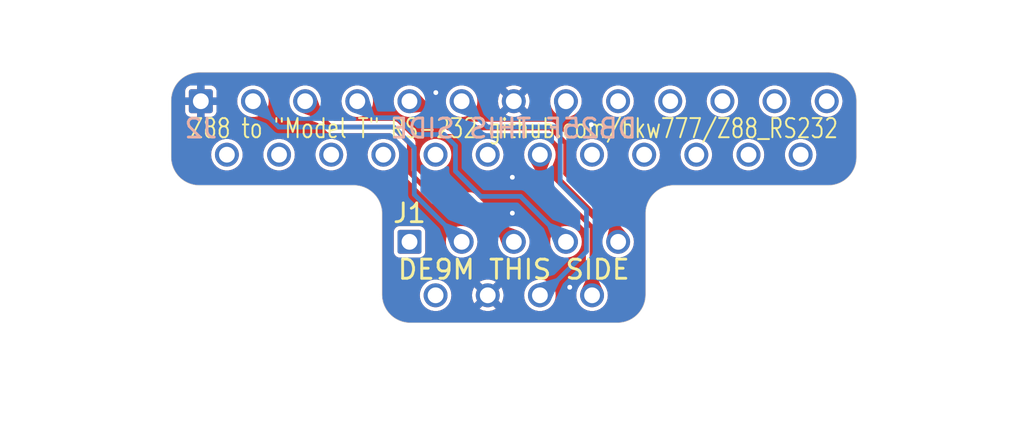
<source format=kicad_pcb>
(kicad_pcb (version 20240108) (generator "pcbnew") (generator_version "8.0")
  (title_block (title "Z88_RS232_Model_T") (date "2024-05-05") (rev "002"))
  (layers (0 "F.Cu" signal) (31 "B.Cu" signal) (34 "B.Paste" user) (35 "F.Paste" user) (36 "B.SilkS" user "B.Silkscreen") (37 "F.SilkS" user "F.Silkscreen") (38 "B.Mask" user) (39 "F.Mask" user) (44 "Edge.Cuts" user))
  (net 0 "")
  (net 1 "/DTR")
  (net 2 "/DCD")
  (net 3 "GND")
  (net 4 "/CTS")
  (net 5 "/RTS")
  (net 6 "/RX")
  (net 7 "/TX")
  (net 8 "/DSR")
  (footprint "0_LOCAL:DSUB-9_Male_Vertical_P2.77x2.84mm" (layer "F.Cu") (at 141.78 96.52)
    (property "Reference" "J1" (at 0 -1.524 0) (layer "F.SilkS"))
    (property "Value" "DE9_Male")
    (pad "1" thru_hole roundrect (at 0 0) (size 1.27 1.27) (drill 0.8382) (layers "*.Cu" "*.Mask") (roundrect_rratio 0.1))
    (pad "2" thru_hole circle (at 2.77 0) (size 1.27 1.27) (drill 0.8382) (layers "*.Cu" "*.Mask") (net 7 "/TX"))
    (pad "3" thru_hole circle (at 5.54 0) (size 1.27 1.27) (drill 0.8382) (layers "*.Cu" "*.Mask") (net 6 "/RX"))
    (pad "4" thru_hole circle (at 8.31 0) (size 1.27 1.27) (drill 0.8382) (layers "*.Cu" "*.Mask") (net 5 "/RTS"))
    (pad "5" thru_hole circle (at 11.08 0) (size 1.27 1.27) (drill 0.8382) (layers "*.Cu" "*.Mask") (net 4 "/CTS"))
    (pad "6" thru_hole circle (at 1.385 2.84) (size 1.27 1.27) (drill 0.8382) (layers "*.Cu" "*.Mask"))
    (pad "7" thru_hole circle (at 4.155 2.84) (size 1.27 1.27) (drill 0.8382) (layers "*.Cu" "*.Mask") (net 3 "GND"))
    (pad "8" thru_hole circle (at 6.925 2.84) (size 1.27 1.27) (drill 0.8382) (layers "*.Cu" "*.Mask") (net 2 "/DCD"))
    (pad "9" thru_hole circle (at 9.695 2.84) (size 1.27 1.27) (drill 0.8382) (layers "*.Cu" "*.Mask") (net 1 "/DTR"))
  )
  (footprint "0_LOCAL:DSUB-25_Female_Vertical_P2.77x2.84mm" (layer "B.Cu") (at 130.6972 89.0524 180)
    (property "Reference" "J2" (at 0 -1.4478 180) (layer "B.SilkS") (effects (justify mirror)))
    (property "Value" "DB25 Female")
    (pad "1" thru_hole roundrect (at 0 0 180) (size 1.27 1.27) (drill 0.8382) (layers "*.Cu" "*.Mask") (roundrect_rratio 0.1) (net 3 "GND"))
    (pad "2" thru_hole circle (at -2.77 0 180) (size 1.27 1.27) (drill 0.8382) (layers "*.Cu" "*.Mask") (net 7 "/TX"))
    (pad "3" thru_hole circle (at -5.54 0 180) (size 1.27 1.27) (drill 0.8382) (layers "*.Cu" "*.Mask") (net 6 "/RX"))
    (pad "4" thru_hole circle (at -8.31 0 180) (size 1.27 1.27) (drill 0.8382) (layers "*.Cu" "*.Mask") (net 5 "/RTS"))
    (pad "5" thru_hole circle (at -11.08 0 180) (size 1.27 1.27) (drill 0.8382) (layers "*.Cu" "*.Mask") (net 4 "/CTS"))
    (pad "6" thru_hole circle (at -13.85 0 180) (size 1.27 1.27) (drill 0.8382) (layers "*.Cu" "*.Mask") (net 8 "/DSR"))
    (pad "7" thru_hole circle (at -16.62 0 180) (size 1.27 1.27) (drill 0.8382) (layers "*.Cu" "*.Mask") (net 3 "GND"))
    (pad "8" thru_hole circle (at -19.39 0 180) (size 1.27 1.27) (drill 0.8382) (layers "*.Cu" "*.Mask") (net 2 "/DCD"))
    (pad "9" thru_hole circle (at -22.16 0 180) (size 1.27 1.27) (drill 0.8382) (layers "*.Cu" "*.Mask"))
    (pad "10" thru_hole circle (at -24.93 0 180) (size 1.27 1.27) (drill 0.8382) (layers "*.Cu" "*.Mask"))
    (pad "11" thru_hole circle (at -27.7 0 180) (size 1.27 1.27) (drill 0.8382) (layers "*.Cu" "*.Mask"))
    (pad "12" thru_hole circle (at -30.47 0 180) (size 1.27 1.27) (drill 0.8382) (layers "*.Cu" "*.Mask"))
    (pad "13" thru_hole circle (at -33.24 0 180) (size 1.27 1.27) (drill 0.8382) (layers "*.Cu" "*.Mask"))
    (pad "14" thru_hole circle (at -1.385 -2.84 180) (size 1.27 1.27) (drill 0.8382) (layers "*.Cu" "*.Mask"))
    (pad "15" thru_hole circle (at -4.155 -2.84 180) (size 1.27 1.27) (drill 0.8382) (layers "*.Cu" "*.Mask"))
    (pad "16" thru_hole circle (at -6.925 -2.84 180) (size 1.27 1.27) (drill 0.8382) (layers "*.Cu" "*.Mask"))
    (pad "17" thru_hole circle (at -9.695 -2.84 180) (size 1.27 1.27) (drill 0.8382) (layers "*.Cu" "*.Mask"))
    (pad "18" thru_hole circle (at -12.465 -2.84 180) (size 1.27 1.27) (drill 0.8382) (layers "*.Cu" "*.Mask"))
    (pad "19" thru_hole circle (at -15.235 -2.84 180) (size 1.27 1.27) (drill 0.8382) (layers "*.Cu" "*.Mask"))
    (pad "20" thru_hole circle (at -18.005 -2.84 180) (size 1.27 1.27) (drill 0.8382) (layers "*.Cu" "*.Mask") (net 1 "/DTR"))
    (pad "21" thru_hole circle (at -20.775 -2.84 180) (size 1.27 1.27) (drill 0.8382) (layers "*.Cu" "*.Mask"))
    (pad "22" thru_hole circle (at -23.545 -2.84 180) (size 1.27 1.27) (drill 0.8382) (layers "*.Cu" "*.Mask"))
    (pad "23" thru_hole circle (at -26.315 -2.84 180) (size 1.27 1.27) (drill 0.8382) (layers "*.Cu" "*.Mask"))
    (pad "24" thru_hole circle (at -29.085 -2.84 180) (size 1.27 1.27) (drill 0.8382) (layers "*.Cu" "*.Mask"))
    (pad "25" thru_hole circle (at -31.855 -2.84 180) (size 1.27 1.27) (drill 0.8382) (layers "*.Cu" "*.Mask"))
  )
  (footprint "0_LOCAL:NetTie-2_SMD_10" (layer "B.Cu") (at 149.527 90.424 180)
    (property "Reference" "NT1" (hide yes))
    (property "Value" "Net-Tie_2" (hide yes))
    (fp_poly (pts (xy -0.254 0.127) (xy 0.254 0.127) (xy 0.254 -0.127) (xy -0.254 -0.127)) (fill solid) (layer "B.Cu"))
    (pad "1" smd circle (at -0.254 0 180) (size 0.254 0.254) (layers "B.Cu") (net 2 "/DCD"))
    (pad "2" smd circle (at 0.254 0 180) (size 0.254 0.254) (layers "B.Cu") (net 8 "/DSR"))
  )
  (gr_line (start 141.82 100.82) (end 152.82 100.82) (stroke (width 0.0254)) (layer "Edge.Cuts"))
  (gr_arc (start 129.12 89.02) (mid 129.55934 87.95934) (end 130.62 87.52) (stroke (width 0.0254)) (layer "Edge.Cuts"))
  (gr_arc (start 154.32 95.02) (mid 154.75934 93.95934) (end 155.82 93.52) (stroke (width 0.0254)) (layer "Edge.Cuts"))
  (gr_arc (start 138.82 93.52) (mid 139.88066 93.95934) (end 140.32 95.02) (stroke (width 0.0254)) (layer "Edge.Cuts"))
  (gr_arc (start 130.62 93.52) (mid 129.55934 93.08066) (end 129.12 92.02) (stroke (width 0.0254)) (layer "Edge.Cuts"))
  (gr_arc (start 165.52 92.02) (mid 165.08066 93.08066) (end 164.02 93.52) (stroke (width 0.0254)) (layer "Edge.Cuts"))
  (gr_arc (start 141.82 100.82) (mid 140.75934 100.38066) (end 140.32 99.32) (stroke (width 0.0254)) (layer "Edge.Cuts"))
  (gr_line (start 154.32 99.32) (end 154.32 95.02) (stroke (width 0.0254)) (layer "Edge.Cuts"))
  (gr_line (start 165.52 89.02) (end 165.52 92.02) (stroke (width 0.0254)) (layer "Edge.Cuts"))
  (gr_arc (start 164.02 87.52) (mid 165.08066 87.95934) (end 165.52 89.02) (stroke (width 0.0254)) (layer "Edge.Cuts"))
  (gr_line (start 130.62 87.52) (end 164.02 87.52) (stroke (width 0.0254)) (layer "Edge.Cuts"))
  (gr_arc (start 154.32 99.32) (mid 153.88066 100.38066) (end 152.82 100.82) (stroke (width 0.0254)) (layer "Edge.Cuts"))
  (gr_line (start 140.32 99.32) (end 140.32 95.02) (stroke (width 0.0254)) (layer "Edge.Cuts"))
  (gr_line (start 138.82 93.52) (end 130.62 93.52) (stroke (width 0.0254)) (layer "Edge.Cuts"))
  (gr_line (start 155.82 93.52) (end 164.02 93.52) (stroke (width 0.0254)) (layer "Edge.Cuts"))
  (gr_line (start 129.12 89.02) (end 129.12 92.02) (stroke (width 0.0254)) (layer "Edge.Cuts"))
  (gr_text "DB25F THIS SIDE" (at 147.3172 90.5002 0) (layer "B.SilkS") (effects (font (size 1.016 1.016) (thickness 0.1524)) (justify mirror)))
  (gr_text "Z88 to \"Model T\" RS-232 github.com/bkw777/Z88_RS232" (at 147.3172 90.5002 0) (layer "F.SilkS") (effects (font (size 1.016 0.762) (thickness 0.1016))))
  (gr_text "DE9M THIS SIDE" (at 147.3172 97.9932 0) (layer "F.SilkS") (effects (font (size 1.016 1.016) (thickness 0.1524))))
  (segment (start 151.475 95.7502) (end 148.7022 92.9774) (width 0.254) (layer "F.Cu") (net 1))
  (segment (start 151.475 99.36) (end 151.475 95.7502) (width 0.254) (layer "F.Cu") (net 1))
  (segment (start 148.7022 92.9774) (end 148.7022 91.8924) (width 0.254) (layer "F.Cu") (net 1))
  (segment (start 150.0872 89.0524) (end 149.781 89.3586) (width 0.254) (layer "B.Cu") (net 2))
  (segment (start 151.178 97.028) (end 148.846 99.36) (width 0.254) (layer "B.Cu") (net 2))
  (segment (start 151.178 94.8154) (end 151.178 97.028) (width 0.254) (layer "B.Cu") (net 2))
  (segment (start 149.781 93.4184) (end 151.178 94.8154) (width 0.254) (layer "B.Cu") (net 2))
  (segment (start 148.846 99.36) (end 148.705 99.36) (width 0.254) (layer "B.Cu") (net 2))
  (segment (start 149.781 89.3586) (end 149.781 93.4184) (width 0.254) (layer "B.Cu") (net 2))
  (via (at 147.241 94.996) (size 0.4064) (drill 0.254) (layers "F.Cu" "B.Cu") (net 3))
  (via (at 150.289 98.933) (size 0.4064) (drill 0.254) (layers "F.Cu" "B.Cu") (net 3))
  (via (at 143.177 88.5952) (size 0.4064) (drill 0.254) (layers "F.Cu" "B.Cu") (net 3))
  (via (at 151.432 90.297) (size 0.4064) (drill 0.254) (layers "F.Cu" "B.Cu") (net 3))
  (via (at 147.241 93.091) (size 0.4064) (drill 0.254) (layers "F.Cu" "B.Cu") (net 3))
  (segment (start 150.07 92.8974) (end 152.86 95.6874) (width 0.254) (layer "F.Cu") (net 4))
  (segment (start 152.86 95.6874) (end 152.86 96.52) (width 0.254) (layer "F.Cu") (net 4))
  (segment (start 143.845 90.47) (end 149.27 90.47) (width 0.254) (layer "F.Cu") (net 4))
  (segment (start 150.07 91.27) (end 150.07 92.8974) (width 0.254) (layer "F.Cu") (net 4))
  (segment (start 149.27 90.47) (end 150.07 91.27) (width 0.254) (layer "F.Cu") (net 4))
  (segment (start 142.4274 89.0524) (end 143.845 90.47) (width 0.254) (layer "F.Cu") (net 4))
  (segment (start 141.7772 89.0524) (end 142.4274 89.0524) (width 0.254) (layer "F.Cu") (net 4))
  (segment (start 139.0072 89.0524) (end 139.8848 89.93) (width 0.254) (layer "B.Cu") (net 5))
  (segment (start 144.22 91.42) (end 144.22 92.7624) (width 0.254) (layer "B.Cu") (net 5))
  (segment (start 142.049 90.82) (end 143.62 90.82) (width 0.254) (layer "B.Cu") (net 5))
  (segment (start 141.159 89.93) (end 142.049 90.82) (width 0.254) (layer "B.Cu") (net 5))
  (segment (start 145.5646 94.107) (end 147.677 94.107) (width 0.254) (layer "B.Cu") (net 5))
  (segment (start 143.62 90.82) (end 144.22 91.42) (width 0.254) (layer "B.Cu") (net 5))
  (segment (start 144.22 92.7624) (end 145.5646 94.107) (width 0.254) (layer "B.Cu") (net 5))
  (segment (start 147.677 94.107) (end 150.09 96.52) (width 0.254) (layer "B.Cu") (net 5))
  (segment (start 139.8848 89.93) (end 141.159 89.93) (width 0.254) (layer "B.Cu") (net 5))
  (segment (start 136.2372 89.0524) (end 137.6088 90.424) (width 0.254) (layer "F.Cu") (net 6))
  (segment (start 140.924 90.424) (end 141.77 91.27) (width 0.254) (layer "F.Cu") (net 6))
  (segment (start 137.6088 90.424) (end 140.924 90.424) (width 0.254) (layer "F.Cu") (net 6))
  (segment (start 145.02 94.22) (end 147.32 96.52) (width 0.254) (layer "F.Cu") (net 6))
  (segment (start 143.17 94.22) (end 145.02 94.22) (width 0.254) (layer "F.Cu") (net 6))
  (segment (start 141.77 91.27) (end 141.77 92.82) (width 0.254) (layer "F.Cu") (net 6))
  (segment (start 141.77 92.82) (end 143.17 94.22) (width 0.254) (layer "F.Cu") (net 6))
  (segment (start 140.9418 90.424) (end 142.034 91.5162) (width 0.254) (layer "B.Cu") (net 7))
  (segment (start 142.034 91.5162) (end 142.034 94.004) (width 0.254) (layer "B.Cu") (net 7))
  (segment (start 142.034 94.004) (end 144.55 96.52) (width 0.254) (layer "B.Cu") (net 7))
  (segment (start 134.8388 90.424) (end 140.9418 90.424) (width 0.254) (layer "B.Cu") (net 7))
  (segment (start 133.4672 89.0524) (end 134.8388 90.424) (width 0.254) (layer "B.Cu") (net 7))
  (segment (start 145.9188 90.424) (end 144.5472 89.0524) (width 0.254) (layer "B.Cu") (net 8))
  (segment (start 149.273 90.424) (end 145.9188 90.424) (width 0.254) (layer "B.Cu") (net 8))
  (zone (net 3) (net_name "GND") (layers "F&B.Cu") (connect_pads (clearance 0.2)) (min_thickness 0.2) (fill yes (thermal_gap 0.2) (thermal_bridge_width 0.4) (smoothing fillet) (radius 0.1))
    (polygon (pts (xy 165.82 101.02) (xy 128.82 101.02) (xy 128.82 87.02) (xy 165.82 87.02)))
  )
)
</source>
